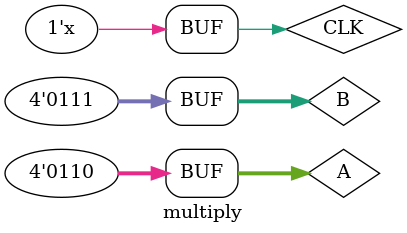
<source format=v>
module multiply ();

//ËÆºõÕâÑù¾Í²»ÓÃÁíÍâÐ´Ò»¸ö·ÂÕæÎÄ¼þÁË£¿
    reg CLK=0;
    always #50 CLK=~CLK;
    wire[3:0] A=6; //¿ÉÒÔÖ±½ÓÊ®½øÖÆ¸³Öµ
    wire[3:0] B=7;
    wire[7:0] P;

    mult_gen_0 mul (
  .CLK(CLK),  // input wire CLK  //ÄÇÎªÉ¶Ç°Ãæ¶¨ÒåµÄÊÇreg£¿
  .A(A),      // input wire [3 : 0] A
  .B(B),      // input wire [3 : 0] B
  .P(P)      // output wire [7 : 0] P
);
    
endmodule
</source>
